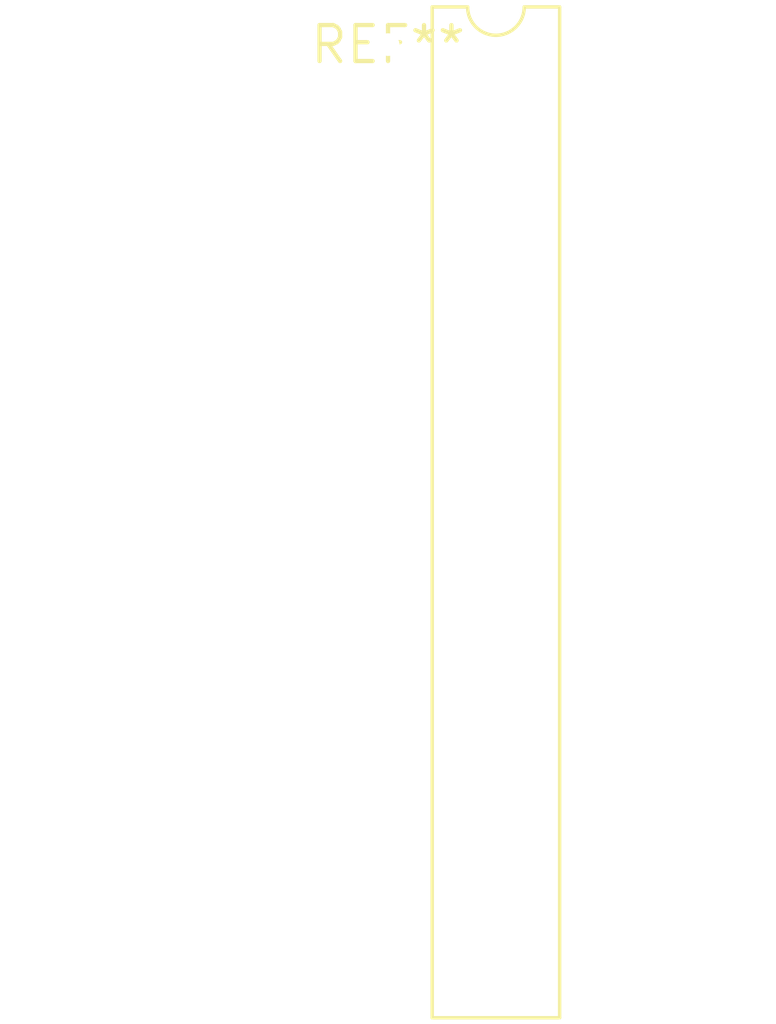
<source format=kicad_pcb>
(kicad_pcb (version 20240108) (generator pcbnew)
  (layers (0 "F.Cu" signal) (31 "B.Cu" signal) (34 "B.Paste" user) (35 "F.Paste" user) (36 "B.SilkS" user "B.Silkscreen") (37 "F.SilkS" user "F.Silkscreen") (38 "B.Mask" user) (39 "F.Mask" user) (44 "Edge.Cuts" user))
  (net 0 "")
  (footprint "DIP-28_W7.62mm_LongPads" (layer "F.Cu") (at 0 0)
    (property "Reference" "REF**")
    (property "Value" "DIP-28_W7.62mm_LongPads")
    (fp_line (start 1.56 -1.33) (end 1.56 34.35) (layer "F.SilkS") (stroke (width 0.12)))
    (fp_line (start 1.56 34.35) (end 6.06 34.35) (layer "F.SilkS") (stroke (width 0.12)))
    (fp_line (start 2.81 -1.33) (end 1.56 -1.33) (layer "F.SilkS") (stroke (width 0.12)))
    (fp_line (start 6.06 -1.33) (end 4.81 -1.33) (layer "F.SilkS") (stroke (width 0.12)))
    (fp_line (start 6.06 34.35) (end 6.06 -1.33) (layer "F.SilkS") (stroke (width 0.12)))
    (fp_arc (start 4.81 -1.33) (mid 3.81 -0.33) (end 2.81 -1.33) (layer "F.SilkS") (stroke (width 0.12)))
    (pad "1" thru_hole rect (at 0 0) (size 2.4 1.6) (drill 0.8) (layers *.Cu *.Mask) (remove_unused_layers))
    (pad "2" thru_hole oval (at 0 2.54) (size 2.4 1.6) (drill 0.8) (layers *.Cu *.Mask) (remove_unused_layers))
    (pad "3" thru_hole oval (at 0 5.08) (size 2.4 1.6) (drill 0.8) (layers *.Cu *.Mask) (remove_unused_layers))
    (pad "4" thru_hole oval (at 0 7.62) (size 2.4 1.6) (drill 0.8) (layers *.Cu *.Mask) (remove_unused_layers))
    (pad "5" thru_hole oval (at 0 10.16) (size 2.4 1.6) (drill 0.8) (layers *.Cu *.Mask) (remove_unused_layers))
    (pad "6" thru_hole oval (at 0 12.7) (size 2.4 1.6) (drill 0.8) (layers *.Cu *.Mask) (remove_unused_layers))
    (pad "7" thru_hole oval (at 0 15.24) (size 2.4 1.6) (drill 0.8) (layers *.Cu *.Mask) (remove_unused_layers))
    (pad "8" thru_hole oval (at 0 17.78) (size 2.4 1.6) (drill 0.8) (layers *.Cu *.Mask) (remove_unused_layers))
    (pad "9" thru_hole oval (at 0 20.32) (size 2.4 1.6) (drill 0.8) (layers *.Cu *.Mask) (remove_unused_layers))
    (pad "10" thru_hole oval (at 0 22.86) (size 2.4 1.6) (drill 0.8) (layers *.Cu *.Mask) (remove_unused_layers))
    (pad "11" thru_hole oval (at 0 25.4) (size 2.4 1.6) (drill 0.8) (layers *.Cu *.Mask) (remove_unused_layers))
    (pad "12" thru_hole oval (at 0 27.94) (size 2.4 1.6) (drill 0.8) (layers *.Cu *.Mask) (remove_unused_layers))
    (pad "13" thru_hole oval (at 0 30.48) (size 2.4 1.6) (drill 0.8) (layers *.Cu *.Mask) (remove_unused_layers))
    (pad "14" thru_hole oval (at 0 33.02) (size 2.4 1.6) (drill 0.8) (layers *.Cu *.Mask) (remove_unused_layers))
    (pad "15" thru_hole oval (at 7.62 33.02) (size 2.4 1.6) (drill 0.8) (layers *.Cu *.Mask) (remove_unused_layers))
    (pad "16" thru_hole oval (at 7.62 30.48) (size 2.4 1.6) (drill 0.8) (layers *.Cu *.Mask) (remove_unused_layers))
    (pad "17" thru_hole oval (at 7.62 27.94) (size 2.4 1.6) (drill 0.8) (layers *.Cu *.Mask) (remove_unused_layers))
    (pad "18" thru_hole oval (at 7.62 25.4) (size 2.4 1.6) (drill 0.8) (layers *.Cu *.Mask) (remove_unused_layers))
    (pad "19" thru_hole oval (at 7.62 22.86) (size 2.4 1.6) (drill 0.8) (layers *.Cu *.Mask) (remove_unused_layers))
    (pad "20" thru_hole oval (at 7.62 20.32) (size 2.4 1.6) (drill 0.8) (layers *.Cu *.Mask) (remove_unused_layers))
    (pad "21" thru_hole oval (at 7.62 17.78) (size 2.4 1.6) (drill 0.8) (layers *.Cu *.Mask) (remove_unused_layers))
    (pad "22" thru_hole oval (at 7.62 15.24) (size 2.4 1.6) (drill 0.8) (layers *.Cu *.Mask) (remove_unused_layers))
    (pad "23" thru_hole oval (at 7.62 12.7) (size 2.4 1.6) (drill 0.8) (layers *.Cu *.Mask) (remove_unused_layers))
    (pad "24" thru_hole oval (at 7.62 10.16) (size 2.4 1.6) (drill 0.8) (layers *.Cu *.Mask) (remove_unused_layers))
    (pad "25" thru_hole oval (at 7.62 7.62) (size 2.4 1.6) (drill 0.8) (layers *.Cu *.Mask) (remove_unused_layers))
    (pad "26" thru_hole oval (at 7.62 5.08) (size 2.4 1.6) (drill 0.8) (layers *.Cu *.Mask) (remove_unused_layers))
    (pad "27" thru_hole oval (at 7.62 2.54) (size 2.4 1.6) (drill 0.8) (layers *.Cu *.Mask) (remove_unused_layers))
    (pad "28" thru_hole oval (at 7.62 0) (size 2.4 1.6) (drill 0.8) (layers *.Cu *.Mask) (remove_unused_layers))
  )
)
</source>
